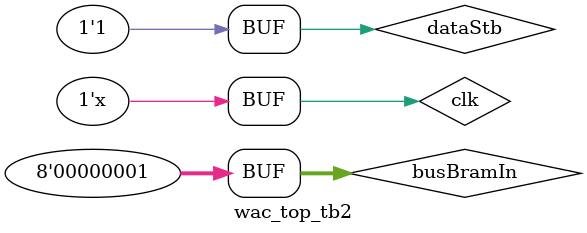
<source format=v>
`timescale 1ns / 1ps


module wac_top_tb2;

	// Inputs
	reg clk;
	reg [7:0]busBramIn;
	reg dataStb;

	// Outputs
	wire [11:0] busBramAddr;
	wire [7:0] busBramOut;
	wire syncDac;
	wire sdiDac;
	wire sclkDac;
	wire csDpot1;
	wire csDpot2;
	wire csDpot3;
	wire sdiDpot;
	wire clkDpot; 

	// Instantiate the Unit Under Test (UUT)
	wac_top uut (
		.clk(clk), 
		.busBramAddr(busBramAddr), 
		.busBramIn(busBramIn), 
		.busBramOut(busBramOut), 
		.dataStb(dataStb), 
		.syncDac(syncDac), 
		.sdiDac(sdiDac), 
		.sclkDac(sclkDac), 
		.csDpot1(csDpot1), 
		.csDpot2(csDpot2), 
		.csDpot3(csDpot3), 
		.sdiDpot(sdiDpot), 
		.clkDpot(clkDpot)
	);

	initial begin
		// Initialize Inputs
		clk = 0;
		busBramIn = 0;
		dataStb = 1;

		// Wait 100 ns for global reset to finish
		#100;

	end
always	
begin
	#5
	clk=~clk;
	end
	
always
	begin
	#20
	dataStb=0;
	#10
	dataStb=1;
	#20
	dataStb=0;
	#10
	dataStb=1;	
	#20
	dataStb=0;
	#10
	dataStb=1;
	#800;
	end
	
always
begin
#100
busBramIn = 8'h03;
#40
busBramIn = 8'h55;
#20
busBramIn = 8'h01;
end	
      
endmodule


</source>
